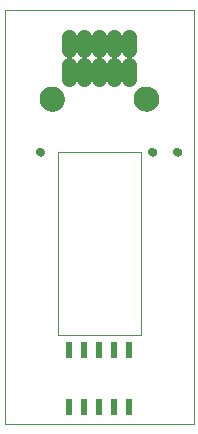
<source format=gts>
G75*
%MOIN*%
%OFA0B0*%
%FSLAX25Y25*%
%IPPOS*%
%LPD*%
%AMOC8*
5,1,8,0,0,1.08239X$1,22.5*
%
%ADD10C,0.00000*%
%ADD11C,0.08274*%
%ADD12C,0.02762*%
%ADD13C,0.04900*%
%ADD14R,0.02400X0.05400*%
D10*
X0001000Y0001000D02*
X0001000Y0138795D01*
X0063992Y0138795D01*
X0063992Y0001000D01*
X0001000Y0001000D01*
X0018717Y0030528D02*
X0018717Y0091551D01*
X0046276Y0091551D01*
X0046276Y0030528D01*
X0018717Y0030528D01*
X0011630Y0091551D02*
X0011632Y0091620D01*
X0011638Y0091688D01*
X0011648Y0091756D01*
X0011662Y0091823D01*
X0011680Y0091890D01*
X0011701Y0091955D01*
X0011727Y0092019D01*
X0011756Y0092081D01*
X0011788Y0092141D01*
X0011824Y0092200D01*
X0011864Y0092256D01*
X0011906Y0092310D01*
X0011952Y0092361D01*
X0012001Y0092410D01*
X0012052Y0092456D01*
X0012106Y0092498D01*
X0012162Y0092538D01*
X0012220Y0092574D01*
X0012281Y0092606D01*
X0012343Y0092635D01*
X0012407Y0092661D01*
X0012472Y0092682D01*
X0012539Y0092700D01*
X0012606Y0092714D01*
X0012674Y0092724D01*
X0012742Y0092730D01*
X0012811Y0092732D01*
X0012880Y0092730D01*
X0012948Y0092724D01*
X0013016Y0092714D01*
X0013083Y0092700D01*
X0013150Y0092682D01*
X0013215Y0092661D01*
X0013279Y0092635D01*
X0013341Y0092606D01*
X0013401Y0092574D01*
X0013460Y0092538D01*
X0013516Y0092498D01*
X0013570Y0092456D01*
X0013621Y0092410D01*
X0013670Y0092361D01*
X0013716Y0092310D01*
X0013758Y0092256D01*
X0013798Y0092200D01*
X0013834Y0092141D01*
X0013866Y0092081D01*
X0013895Y0092019D01*
X0013921Y0091955D01*
X0013942Y0091890D01*
X0013960Y0091823D01*
X0013974Y0091756D01*
X0013984Y0091688D01*
X0013990Y0091620D01*
X0013992Y0091551D01*
X0013990Y0091482D01*
X0013984Y0091414D01*
X0013974Y0091346D01*
X0013960Y0091279D01*
X0013942Y0091212D01*
X0013921Y0091147D01*
X0013895Y0091083D01*
X0013866Y0091021D01*
X0013834Y0090960D01*
X0013798Y0090902D01*
X0013758Y0090846D01*
X0013716Y0090792D01*
X0013670Y0090741D01*
X0013621Y0090692D01*
X0013570Y0090646D01*
X0013516Y0090604D01*
X0013460Y0090564D01*
X0013402Y0090528D01*
X0013341Y0090496D01*
X0013279Y0090467D01*
X0013215Y0090441D01*
X0013150Y0090420D01*
X0013083Y0090402D01*
X0013016Y0090388D01*
X0012948Y0090378D01*
X0012880Y0090372D01*
X0012811Y0090370D01*
X0012742Y0090372D01*
X0012674Y0090378D01*
X0012606Y0090388D01*
X0012539Y0090402D01*
X0012472Y0090420D01*
X0012407Y0090441D01*
X0012343Y0090467D01*
X0012281Y0090496D01*
X0012220Y0090528D01*
X0012162Y0090564D01*
X0012106Y0090604D01*
X0012052Y0090646D01*
X0012001Y0090692D01*
X0011952Y0090741D01*
X0011906Y0090792D01*
X0011864Y0090846D01*
X0011824Y0090902D01*
X0011788Y0090960D01*
X0011756Y0091021D01*
X0011727Y0091083D01*
X0011701Y0091147D01*
X0011680Y0091212D01*
X0011662Y0091279D01*
X0011648Y0091346D01*
X0011638Y0091414D01*
X0011632Y0091482D01*
X0011630Y0091551D01*
X0012811Y0109268D02*
X0012813Y0109393D01*
X0012819Y0109518D01*
X0012829Y0109642D01*
X0012843Y0109766D01*
X0012860Y0109890D01*
X0012882Y0110013D01*
X0012908Y0110135D01*
X0012937Y0110257D01*
X0012970Y0110377D01*
X0013008Y0110496D01*
X0013048Y0110615D01*
X0013093Y0110731D01*
X0013141Y0110846D01*
X0013193Y0110960D01*
X0013249Y0111072D01*
X0013308Y0111182D01*
X0013370Y0111290D01*
X0013436Y0111397D01*
X0013505Y0111501D01*
X0013578Y0111602D01*
X0013653Y0111702D01*
X0013732Y0111799D01*
X0013814Y0111893D01*
X0013899Y0111985D01*
X0013986Y0112074D01*
X0014077Y0112160D01*
X0014170Y0112243D01*
X0014266Y0112324D01*
X0014364Y0112401D01*
X0014464Y0112475D01*
X0014567Y0112546D01*
X0014672Y0112613D01*
X0014780Y0112678D01*
X0014889Y0112738D01*
X0015000Y0112796D01*
X0015113Y0112849D01*
X0015227Y0112899D01*
X0015343Y0112946D01*
X0015460Y0112988D01*
X0015579Y0113027D01*
X0015699Y0113063D01*
X0015820Y0113094D01*
X0015942Y0113122D01*
X0016064Y0113145D01*
X0016188Y0113165D01*
X0016312Y0113181D01*
X0016436Y0113193D01*
X0016561Y0113201D01*
X0016686Y0113205D01*
X0016810Y0113205D01*
X0016935Y0113201D01*
X0017060Y0113193D01*
X0017184Y0113181D01*
X0017308Y0113165D01*
X0017432Y0113145D01*
X0017554Y0113122D01*
X0017676Y0113094D01*
X0017797Y0113063D01*
X0017917Y0113027D01*
X0018036Y0112988D01*
X0018153Y0112946D01*
X0018269Y0112899D01*
X0018383Y0112849D01*
X0018496Y0112796D01*
X0018607Y0112738D01*
X0018717Y0112678D01*
X0018824Y0112613D01*
X0018929Y0112546D01*
X0019032Y0112475D01*
X0019132Y0112401D01*
X0019230Y0112324D01*
X0019326Y0112243D01*
X0019419Y0112160D01*
X0019510Y0112074D01*
X0019597Y0111985D01*
X0019682Y0111893D01*
X0019764Y0111799D01*
X0019843Y0111702D01*
X0019918Y0111602D01*
X0019991Y0111501D01*
X0020060Y0111397D01*
X0020126Y0111290D01*
X0020188Y0111182D01*
X0020247Y0111072D01*
X0020303Y0110960D01*
X0020355Y0110846D01*
X0020403Y0110731D01*
X0020448Y0110615D01*
X0020488Y0110496D01*
X0020526Y0110377D01*
X0020559Y0110257D01*
X0020588Y0110135D01*
X0020614Y0110013D01*
X0020636Y0109890D01*
X0020653Y0109766D01*
X0020667Y0109642D01*
X0020677Y0109518D01*
X0020683Y0109393D01*
X0020685Y0109268D01*
X0020683Y0109143D01*
X0020677Y0109018D01*
X0020667Y0108894D01*
X0020653Y0108770D01*
X0020636Y0108646D01*
X0020614Y0108523D01*
X0020588Y0108401D01*
X0020559Y0108279D01*
X0020526Y0108159D01*
X0020488Y0108040D01*
X0020448Y0107921D01*
X0020403Y0107805D01*
X0020355Y0107690D01*
X0020303Y0107576D01*
X0020247Y0107464D01*
X0020188Y0107354D01*
X0020126Y0107246D01*
X0020060Y0107139D01*
X0019991Y0107035D01*
X0019918Y0106934D01*
X0019843Y0106834D01*
X0019764Y0106737D01*
X0019682Y0106643D01*
X0019597Y0106551D01*
X0019510Y0106462D01*
X0019419Y0106376D01*
X0019326Y0106293D01*
X0019230Y0106212D01*
X0019132Y0106135D01*
X0019032Y0106061D01*
X0018929Y0105990D01*
X0018824Y0105923D01*
X0018716Y0105858D01*
X0018607Y0105798D01*
X0018496Y0105740D01*
X0018383Y0105687D01*
X0018269Y0105637D01*
X0018153Y0105590D01*
X0018036Y0105548D01*
X0017917Y0105509D01*
X0017797Y0105473D01*
X0017676Y0105442D01*
X0017554Y0105414D01*
X0017432Y0105391D01*
X0017308Y0105371D01*
X0017184Y0105355D01*
X0017060Y0105343D01*
X0016935Y0105335D01*
X0016810Y0105331D01*
X0016686Y0105331D01*
X0016561Y0105335D01*
X0016436Y0105343D01*
X0016312Y0105355D01*
X0016188Y0105371D01*
X0016064Y0105391D01*
X0015942Y0105414D01*
X0015820Y0105442D01*
X0015699Y0105473D01*
X0015579Y0105509D01*
X0015460Y0105548D01*
X0015343Y0105590D01*
X0015227Y0105637D01*
X0015113Y0105687D01*
X0015000Y0105740D01*
X0014889Y0105798D01*
X0014779Y0105858D01*
X0014672Y0105923D01*
X0014567Y0105990D01*
X0014464Y0106061D01*
X0014364Y0106135D01*
X0014266Y0106212D01*
X0014170Y0106293D01*
X0014077Y0106376D01*
X0013986Y0106462D01*
X0013899Y0106551D01*
X0013814Y0106643D01*
X0013732Y0106737D01*
X0013653Y0106834D01*
X0013578Y0106934D01*
X0013505Y0107035D01*
X0013436Y0107139D01*
X0013370Y0107246D01*
X0013308Y0107354D01*
X0013249Y0107464D01*
X0013193Y0107576D01*
X0013141Y0107690D01*
X0013093Y0107805D01*
X0013048Y0107921D01*
X0013008Y0108040D01*
X0012970Y0108159D01*
X0012937Y0108279D01*
X0012908Y0108401D01*
X0012882Y0108523D01*
X0012860Y0108646D01*
X0012843Y0108770D01*
X0012829Y0108894D01*
X0012819Y0109018D01*
X0012813Y0109143D01*
X0012811Y0109268D01*
X0044307Y0109268D02*
X0044309Y0109393D01*
X0044315Y0109518D01*
X0044325Y0109642D01*
X0044339Y0109766D01*
X0044356Y0109890D01*
X0044378Y0110013D01*
X0044404Y0110135D01*
X0044433Y0110257D01*
X0044466Y0110377D01*
X0044504Y0110496D01*
X0044544Y0110615D01*
X0044589Y0110731D01*
X0044637Y0110846D01*
X0044689Y0110960D01*
X0044745Y0111072D01*
X0044804Y0111182D01*
X0044866Y0111290D01*
X0044932Y0111397D01*
X0045001Y0111501D01*
X0045074Y0111602D01*
X0045149Y0111702D01*
X0045228Y0111799D01*
X0045310Y0111893D01*
X0045395Y0111985D01*
X0045482Y0112074D01*
X0045573Y0112160D01*
X0045666Y0112243D01*
X0045762Y0112324D01*
X0045860Y0112401D01*
X0045960Y0112475D01*
X0046063Y0112546D01*
X0046168Y0112613D01*
X0046276Y0112678D01*
X0046385Y0112738D01*
X0046496Y0112796D01*
X0046609Y0112849D01*
X0046723Y0112899D01*
X0046839Y0112946D01*
X0046956Y0112988D01*
X0047075Y0113027D01*
X0047195Y0113063D01*
X0047316Y0113094D01*
X0047438Y0113122D01*
X0047560Y0113145D01*
X0047684Y0113165D01*
X0047808Y0113181D01*
X0047932Y0113193D01*
X0048057Y0113201D01*
X0048182Y0113205D01*
X0048306Y0113205D01*
X0048431Y0113201D01*
X0048556Y0113193D01*
X0048680Y0113181D01*
X0048804Y0113165D01*
X0048928Y0113145D01*
X0049050Y0113122D01*
X0049172Y0113094D01*
X0049293Y0113063D01*
X0049413Y0113027D01*
X0049532Y0112988D01*
X0049649Y0112946D01*
X0049765Y0112899D01*
X0049879Y0112849D01*
X0049992Y0112796D01*
X0050103Y0112738D01*
X0050213Y0112678D01*
X0050320Y0112613D01*
X0050425Y0112546D01*
X0050528Y0112475D01*
X0050628Y0112401D01*
X0050726Y0112324D01*
X0050822Y0112243D01*
X0050915Y0112160D01*
X0051006Y0112074D01*
X0051093Y0111985D01*
X0051178Y0111893D01*
X0051260Y0111799D01*
X0051339Y0111702D01*
X0051414Y0111602D01*
X0051487Y0111501D01*
X0051556Y0111397D01*
X0051622Y0111290D01*
X0051684Y0111182D01*
X0051743Y0111072D01*
X0051799Y0110960D01*
X0051851Y0110846D01*
X0051899Y0110731D01*
X0051944Y0110615D01*
X0051984Y0110496D01*
X0052022Y0110377D01*
X0052055Y0110257D01*
X0052084Y0110135D01*
X0052110Y0110013D01*
X0052132Y0109890D01*
X0052149Y0109766D01*
X0052163Y0109642D01*
X0052173Y0109518D01*
X0052179Y0109393D01*
X0052181Y0109268D01*
X0052179Y0109143D01*
X0052173Y0109018D01*
X0052163Y0108894D01*
X0052149Y0108770D01*
X0052132Y0108646D01*
X0052110Y0108523D01*
X0052084Y0108401D01*
X0052055Y0108279D01*
X0052022Y0108159D01*
X0051984Y0108040D01*
X0051944Y0107921D01*
X0051899Y0107805D01*
X0051851Y0107690D01*
X0051799Y0107576D01*
X0051743Y0107464D01*
X0051684Y0107354D01*
X0051622Y0107246D01*
X0051556Y0107139D01*
X0051487Y0107035D01*
X0051414Y0106934D01*
X0051339Y0106834D01*
X0051260Y0106737D01*
X0051178Y0106643D01*
X0051093Y0106551D01*
X0051006Y0106462D01*
X0050915Y0106376D01*
X0050822Y0106293D01*
X0050726Y0106212D01*
X0050628Y0106135D01*
X0050528Y0106061D01*
X0050425Y0105990D01*
X0050320Y0105923D01*
X0050212Y0105858D01*
X0050103Y0105798D01*
X0049992Y0105740D01*
X0049879Y0105687D01*
X0049765Y0105637D01*
X0049649Y0105590D01*
X0049532Y0105548D01*
X0049413Y0105509D01*
X0049293Y0105473D01*
X0049172Y0105442D01*
X0049050Y0105414D01*
X0048928Y0105391D01*
X0048804Y0105371D01*
X0048680Y0105355D01*
X0048556Y0105343D01*
X0048431Y0105335D01*
X0048306Y0105331D01*
X0048182Y0105331D01*
X0048057Y0105335D01*
X0047932Y0105343D01*
X0047808Y0105355D01*
X0047684Y0105371D01*
X0047560Y0105391D01*
X0047438Y0105414D01*
X0047316Y0105442D01*
X0047195Y0105473D01*
X0047075Y0105509D01*
X0046956Y0105548D01*
X0046839Y0105590D01*
X0046723Y0105637D01*
X0046609Y0105687D01*
X0046496Y0105740D01*
X0046385Y0105798D01*
X0046275Y0105858D01*
X0046168Y0105923D01*
X0046063Y0105990D01*
X0045960Y0106061D01*
X0045860Y0106135D01*
X0045762Y0106212D01*
X0045666Y0106293D01*
X0045573Y0106376D01*
X0045482Y0106462D01*
X0045395Y0106551D01*
X0045310Y0106643D01*
X0045228Y0106737D01*
X0045149Y0106834D01*
X0045074Y0106934D01*
X0045001Y0107035D01*
X0044932Y0107139D01*
X0044866Y0107246D01*
X0044804Y0107354D01*
X0044745Y0107464D01*
X0044689Y0107576D01*
X0044637Y0107690D01*
X0044589Y0107805D01*
X0044544Y0107921D01*
X0044504Y0108040D01*
X0044466Y0108159D01*
X0044433Y0108279D01*
X0044404Y0108401D01*
X0044378Y0108523D01*
X0044356Y0108646D01*
X0044339Y0108770D01*
X0044325Y0108894D01*
X0044315Y0109018D01*
X0044309Y0109143D01*
X0044307Y0109268D01*
X0049032Y0091551D02*
X0049034Y0091620D01*
X0049040Y0091688D01*
X0049050Y0091756D01*
X0049064Y0091823D01*
X0049082Y0091890D01*
X0049103Y0091955D01*
X0049129Y0092019D01*
X0049158Y0092081D01*
X0049190Y0092141D01*
X0049226Y0092200D01*
X0049266Y0092256D01*
X0049308Y0092310D01*
X0049354Y0092361D01*
X0049403Y0092410D01*
X0049454Y0092456D01*
X0049508Y0092498D01*
X0049564Y0092538D01*
X0049622Y0092574D01*
X0049683Y0092606D01*
X0049745Y0092635D01*
X0049809Y0092661D01*
X0049874Y0092682D01*
X0049941Y0092700D01*
X0050008Y0092714D01*
X0050076Y0092724D01*
X0050144Y0092730D01*
X0050213Y0092732D01*
X0050282Y0092730D01*
X0050350Y0092724D01*
X0050418Y0092714D01*
X0050485Y0092700D01*
X0050552Y0092682D01*
X0050617Y0092661D01*
X0050681Y0092635D01*
X0050743Y0092606D01*
X0050803Y0092574D01*
X0050862Y0092538D01*
X0050918Y0092498D01*
X0050972Y0092456D01*
X0051023Y0092410D01*
X0051072Y0092361D01*
X0051118Y0092310D01*
X0051160Y0092256D01*
X0051200Y0092200D01*
X0051236Y0092141D01*
X0051268Y0092081D01*
X0051297Y0092019D01*
X0051323Y0091955D01*
X0051344Y0091890D01*
X0051362Y0091823D01*
X0051376Y0091756D01*
X0051386Y0091688D01*
X0051392Y0091620D01*
X0051394Y0091551D01*
X0051392Y0091482D01*
X0051386Y0091414D01*
X0051376Y0091346D01*
X0051362Y0091279D01*
X0051344Y0091212D01*
X0051323Y0091147D01*
X0051297Y0091083D01*
X0051268Y0091021D01*
X0051236Y0090960D01*
X0051200Y0090902D01*
X0051160Y0090846D01*
X0051118Y0090792D01*
X0051072Y0090741D01*
X0051023Y0090692D01*
X0050972Y0090646D01*
X0050918Y0090604D01*
X0050862Y0090564D01*
X0050804Y0090528D01*
X0050743Y0090496D01*
X0050681Y0090467D01*
X0050617Y0090441D01*
X0050552Y0090420D01*
X0050485Y0090402D01*
X0050418Y0090388D01*
X0050350Y0090378D01*
X0050282Y0090372D01*
X0050213Y0090370D01*
X0050144Y0090372D01*
X0050076Y0090378D01*
X0050008Y0090388D01*
X0049941Y0090402D01*
X0049874Y0090420D01*
X0049809Y0090441D01*
X0049745Y0090467D01*
X0049683Y0090496D01*
X0049622Y0090528D01*
X0049564Y0090564D01*
X0049508Y0090604D01*
X0049454Y0090646D01*
X0049403Y0090692D01*
X0049354Y0090741D01*
X0049308Y0090792D01*
X0049266Y0090846D01*
X0049226Y0090902D01*
X0049190Y0090960D01*
X0049158Y0091021D01*
X0049129Y0091083D01*
X0049103Y0091147D01*
X0049082Y0091212D01*
X0049064Y0091279D01*
X0049050Y0091346D01*
X0049040Y0091414D01*
X0049034Y0091482D01*
X0049032Y0091551D01*
X0057398Y0091551D02*
X0057400Y0091620D01*
X0057406Y0091688D01*
X0057416Y0091756D01*
X0057430Y0091823D01*
X0057448Y0091890D01*
X0057469Y0091955D01*
X0057495Y0092019D01*
X0057524Y0092081D01*
X0057556Y0092141D01*
X0057592Y0092200D01*
X0057632Y0092256D01*
X0057674Y0092310D01*
X0057720Y0092361D01*
X0057769Y0092410D01*
X0057820Y0092456D01*
X0057874Y0092498D01*
X0057930Y0092538D01*
X0057988Y0092574D01*
X0058049Y0092606D01*
X0058111Y0092635D01*
X0058175Y0092661D01*
X0058240Y0092682D01*
X0058307Y0092700D01*
X0058374Y0092714D01*
X0058442Y0092724D01*
X0058510Y0092730D01*
X0058579Y0092732D01*
X0058648Y0092730D01*
X0058716Y0092724D01*
X0058784Y0092714D01*
X0058851Y0092700D01*
X0058918Y0092682D01*
X0058983Y0092661D01*
X0059047Y0092635D01*
X0059109Y0092606D01*
X0059169Y0092574D01*
X0059228Y0092538D01*
X0059284Y0092498D01*
X0059338Y0092456D01*
X0059389Y0092410D01*
X0059438Y0092361D01*
X0059484Y0092310D01*
X0059526Y0092256D01*
X0059566Y0092200D01*
X0059602Y0092141D01*
X0059634Y0092081D01*
X0059663Y0092019D01*
X0059689Y0091955D01*
X0059710Y0091890D01*
X0059728Y0091823D01*
X0059742Y0091756D01*
X0059752Y0091688D01*
X0059758Y0091620D01*
X0059760Y0091551D01*
X0059758Y0091482D01*
X0059752Y0091414D01*
X0059742Y0091346D01*
X0059728Y0091279D01*
X0059710Y0091212D01*
X0059689Y0091147D01*
X0059663Y0091083D01*
X0059634Y0091021D01*
X0059602Y0090960D01*
X0059566Y0090902D01*
X0059526Y0090846D01*
X0059484Y0090792D01*
X0059438Y0090741D01*
X0059389Y0090692D01*
X0059338Y0090646D01*
X0059284Y0090604D01*
X0059228Y0090564D01*
X0059170Y0090528D01*
X0059109Y0090496D01*
X0059047Y0090467D01*
X0058983Y0090441D01*
X0058918Y0090420D01*
X0058851Y0090402D01*
X0058784Y0090388D01*
X0058716Y0090378D01*
X0058648Y0090372D01*
X0058579Y0090370D01*
X0058510Y0090372D01*
X0058442Y0090378D01*
X0058374Y0090388D01*
X0058307Y0090402D01*
X0058240Y0090420D01*
X0058175Y0090441D01*
X0058111Y0090467D01*
X0058049Y0090496D01*
X0057988Y0090528D01*
X0057930Y0090564D01*
X0057874Y0090604D01*
X0057820Y0090646D01*
X0057769Y0090692D01*
X0057720Y0090741D01*
X0057674Y0090792D01*
X0057632Y0090846D01*
X0057592Y0090902D01*
X0057556Y0090960D01*
X0057524Y0091021D01*
X0057495Y0091083D01*
X0057469Y0091147D01*
X0057448Y0091212D01*
X0057430Y0091279D01*
X0057416Y0091346D01*
X0057406Y0091414D01*
X0057400Y0091482D01*
X0057398Y0091551D01*
D11*
X0048244Y0109268D03*
X0016748Y0109268D03*
D12*
X0012811Y0091551D03*
X0050213Y0091551D03*
X0058579Y0091551D03*
D13*
X0042496Y0116047D02*
X0042496Y0120547D01*
X0042496Y0125547D02*
X0042496Y0130047D01*
X0037496Y0130047D02*
X0037496Y0125547D01*
X0037496Y0120547D02*
X0037496Y0116047D01*
X0032496Y0116047D02*
X0032496Y0120547D01*
X0032496Y0125547D02*
X0032496Y0130047D01*
X0027496Y0130047D02*
X0027496Y0125547D01*
X0027496Y0120547D02*
X0027496Y0116047D01*
X0022496Y0116047D02*
X0022496Y0120547D01*
X0022496Y0125547D02*
X0022496Y0130047D01*
D14*
X0022496Y0025500D03*
X0027496Y0025500D03*
X0032496Y0025500D03*
X0037496Y0025500D03*
X0042496Y0025500D03*
X0042496Y0006500D03*
X0037496Y0006500D03*
X0032496Y0006500D03*
X0027496Y0006500D03*
X0022496Y0006500D03*
M02*

</source>
